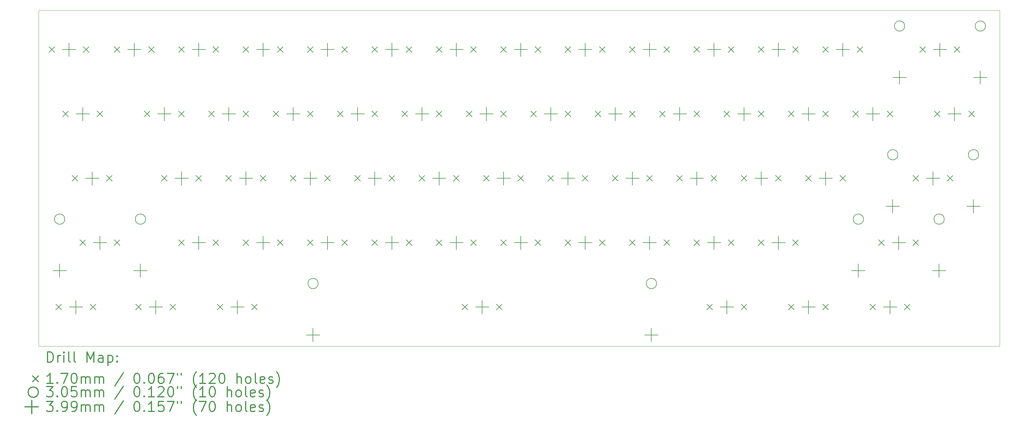
<source format=gbr>
%FSLAX45Y45*%
G04 Gerber Fmt 4.5, Leading zero omitted, Abs format (unit mm)*
G04 Created by KiCad (PCBNEW (2015-01-16 BZR 5376)-product) date 17/05/2015 19:03:44*
%MOMM*%
G01*
G04 APERTURE LIST*
%ADD10C,0.127000*%
%ADD11C,0.100000*%
%ADD12C,0.200000*%
%ADD13C,0.300000*%
G04 APERTURE END LIST*
D10*
D11*
X2753360Y-15509240D02*
X2788920Y-15509240D01*
X2753360Y-5567680D02*
X2753360Y-15509240D01*
X31175960Y-5567680D02*
X2753360Y-5567680D01*
X31175960Y-15509240D02*
X31175960Y-5567680D01*
X2794000Y-15509240D02*
X31175960Y-15509240D01*
D12*
X3064510Y-6645910D02*
X3234690Y-6816090D01*
X3234690Y-6645910D02*
X3064510Y-6816090D01*
X3267710Y-14265910D02*
X3437890Y-14436090D01*
X3437890Y-14265910D02*
X3267710Y-14436090D01*
X3470910Y-8550910D02*
X3641090Y-8721090D01*
X3641090Y-8550910D02*
X3470910Y-8721090D01*
X3750310Y-10455910D02*
X3920490Y-10626090D01*
X3920490Y-10455910D02*
X3750310Y-10626090D01*
X3978910Y-12360910D02*
X4149090Y-12531090D01*
X4149090Y-12360910D02*
X3978910Y-12531090D01*
X4080510Y-6645910D02*
X4250690Y-6816090D01*
X4250690Y-6645910D02*
X4080510Y-6816090D01*
X4283710Y-14265910D02*
X4453890Y-14436090D01*
X4453890Y-14265910D02*
X4283710Y-14436090D01*
X4486910Y-8550910D02*
X4657090Y-8721090D01*
X4657090Y-8550910D02*
X4486910Y-8721090D01*
X4766310Y-10455910D02*
X4936490Y-10626090D01*
X4936490Y-10455910D02*
X4766310Y-10626090D01*
X4994910Y-6645910D02*
X5165090Y-6816090D01*
X5165090Y-6645910D02*
X4994910Y-6816090D01*
X4994910Y-12360910D02*
X5165090Y-12531090D01*
X5165090Y-12360910D02*
X4994910Y-12531090D01*
X5629910Y-14265910D02*
X5800090Y-14436090D01*
X5800090Y-14265910D02*
X5629910Y-14436090D01*
X5883910Y-8550910D02*
X6054090Y-8721090D01*
X6054090Y-8550910D02*
X5883910Y-8721090D01*
X6010910Y-6645910D02*
X6181090Y-6816090D01*
X6181090Y-6645910D02*
X6010910Y-6816090D01*
X6391910Y-10455910D02*
X6562090Y-10626090D01*
X6562090Y-10455910D02*
X6391910Y-10626090D01*
X6645910Y-14265910D02*
X6816090Y-14436090D01*
X6816090Y-14265910D02*
X6645910Y-14436090D01*
X6899910Y-6645910D02*
X7070090Y-6816090D01*
X7070090Y-6645910D02*
X6899910Y-6816090D01*
X6899910Y-8550910D02*
X7070090Y-8721090D01*
X7070090Y-8550910D02*
X6899910Y-8721090D01*
X6899910Y-12360910D02*
X7070090Y-12531090D01*
X7070090Y-12360910D02*
X6899910Y-12531090D01*
X7407910Y-10455910D02*
X7578090Y-10626090D01*
X7578090Y-10455910D02*
X7407910Y-10626090D01*
X7788910Y-8550910D02*
X7959090Y-8721090D01*
X7959090Y-8550910D02*
X7788910Y-8721090D01*
X7915910Y-6645910D02*
X8086090Y-6816090D01*
X8086090Y-6645910D02*
X7915910Y-6816090D01*
X7915910Y-12360910D02*
X8086090Y-12531090D01*
X8086090Y-12360910D02*
X7915910Y-12531090D01*
X8042910Y-14265910D02*
X8213090Y-14436090D01*
X8213090Y-14265910D02*
X8042910Y-14436090D01*
X8296910Y-10455910D02*
X8467090Y-10626090D01*
X8467090Y-10455910D02*
X8296910Y-10626090D01*
X8804910Y-6645910D02*
X8975090Y-6816090D01*
X8975090Y-6645910D02*
X8804910Y-6816090D01*
X8804910Y-8550910D02*
X8975090Y-8721090D01*
X8975090Y-8550910D02*
X8804910Y-8721090D01*
X8804910Y-12360910D02*
X8975090Y-12531090D01*
X8975090Y-12360910D02*
X8804910Y-12531090D01*
X9058910Y-14265910D02*
X9229090Y-14436090D01*
X9229090Y-14265910D02*
X9058910Y-14436090D01*
X9312910Y-10455910D02*
X9483090Y-10626090D01*
X9483090Y-10455910D02*
X9312910Y-10626090D01*
X9693910Y-8550910D02*
X9864090Y-8721090D01*
X9864090Y-8550910D02*
X9693910Y-8721090D01*
X9820910Y-6645910D02*
X9991090Y-6816090D01*
X9991090Y-6645910D02*
X9820910Y-6816090D01*
X9820910Y-12360910D02*
X9991090Y-12531090D01*
X9991090Y-12360910D02*
X9820910Y-12531090D01*
X10201910Y-10455910D02*
X10372090Y-10626090D01*
X10372090Y-10455910D02*
X10201910Y-10626090D01*
X10709910Y-6645910D02*
X10880090Y-6816090D01*
X10880090Y-6645910D02*
X10709910Y-6816090D01*
X10709910Y-8550910D02*
X10880090Y-8721090D01*
X10880090Y-8550910D02*
X10709910Y-8721090D01*
X10709910Y-12360910D02*
X10880090Y-12531090D01*
X10880090Y-12360910D02*
X10709910Y-12531090D01*
X11217910Y-10455910D02*
X11388090Y-10626090D01*
X11388090Y-10455910D02*
X11217910Y-10626090D01*
X11598910Y-8550910D02*
X11769090Y-8721090D01*
X11769090Y-8550910D02*
X11598910Y-8721090D01*
X11725910Y-6645910D02*
X11896090Y-6816090D01*
X11896090Y-6645910D02*
X11725910Y-6816090D01*
X11725910Y-12360910D02*
X11896090Y-12531090D01*
X11896090Y-12360910D02*
X11725910Y-12531090D01*
X12106910Y-10455910D02*
X12277090Y-10626090D01*
X12277090Y-10455910D02*
X12106910Y-10626090D01*
X12614910Y-6645910D02*
X12785090Y-6816090D01*
X12785090Y-6645910D02*
X12614910Y-6816090D01*
X12614910Y-8550910D02*
X12785090Y-8721090D01*
X12785090Y-8550910D02*
X12614910Y-8721090D01*
X12614910Y-12360910D02*
X12785090Y-12531090D01*
X12785090Y-12360910D02*
X12614910Y-12531090D01*
X13122910Y-10455910D02*
X13293090Y-10626090D01*
X13293090Y-10455910D02*
X13122910Y-10626090D01*
X13503910Y-8550910D02*
X13674090Y-8721090D01*
X13674090Y-8550910D02*
X13503910Y-8721090D01*
X13630910Y-6645910D02*
X13801090Y-6816090D01*
X13801090Y-6645910D02*
X13630910Y-6816090D01*
X13630910Y-12360910D02*
X13801090Y-12531090D01*
X13801090Y-12360910D02*
X13630910Y-12531090D01*
X14011910Y-10455910D02*
X14182090Y-10626090D01*
X14182090Y-10455910D02*
X14011910Y-10626090D01*
X14519910Y-6645910D02*
X14690090Y-6816090D01*
X14690090Y-6645910D02*
X14519910Y-6816090D01*
X14519910Y-8550910D02*
X14690090Y-8721090D01*
X14690090Y-8550910D02*
X14519910Y-8721090D01*
X14519910Y-12360910D02*
X14690090Y-12531090D01*
X14690090Y-12360910D02*
X14519910Y-12531090D01*
X15027910Y-10455910D02*
X15198090Y-10626090D01*
X15198090Y-10455910D02*
X15027910Y-10626090D01*
X15281910Y-14265910D02*
X15452090Y-14436090D01*
X15452090Y-14265910D02*
X15281910Y-14436090D01*
X15408910Y-8550910D02*
X15579090Y-8721090D01*
X15579090Y-8550910D02*
X15408910Y-8721090D01*
X15535910Y-6645910D02*
X15706090Y-6816090D01*
X15706090Y-6645910D02*
X15535910Y-6816090D01*
X15535910Y-12360910D02*
X15706090Y-12531090D01*
X15706090Y-12360910D02*
X15535910Y-12531090D01*
X15916910Y-10455910D02*
X16087090Y-10626090D01*
X16087090Y-10455910D02*
X15916910Y-10626090D01*
X16297910Y-14265910D02*
X16468090Y-14436090D01*
X16468090Y-14265910D02*
X16297910Y-14436090D01*
X16424910Y-6645910D02*
X16595090Y-6816090D01*
X16595090Y-6645910D02*
X16424910Y-6816090D01*
X16424910Y-8550910D02*
X16595090Y-8721090D01*
X16595090Y-8550910D02*
X16424910Y-8721090D01*
X16424910Y-12360910D02*
X16595090Y-12531090D01*
X16595090Y-12360910D02*
X16424910Y-12531090D01*
X16932910Y-10455910D02*
X17103090Y-10626090D01*
X17103090Y-10455910D02*
X16932910Y-10626090D01*
X17313910Y-8550910D02*
X17484090Y-8721090D01*
X17484090Y-8550910D02*
X17313910Y-8721090D01*
X17440910Y-6645910D02*
X17611090Y-6816090D01*
X17611090Y-6645910D02*
X17440910Y-6816090D01*
X17440910Y-12360910D02*
X17611090Y-12531090D01*
X17611090Y-12360910D02*
X17440910Y-12531090D01*
X17821910Y-10455910D02*
X17992090Y-10626090D01*
X17992090Y-10455910D02*
X17821910Y-10626090D01*
X18329910Y-6645910D02*
X18500090Y-6816090D01*
X18500090Y-6645910D02*
X18329910Y-6816090D01*
X18329910Y-8550910D02*
X18500090Y-8721090D01*
X18500090Y-8550910D02*
X18329910Y-8721090D01*
X18329910Y-12360910D02*
X18500090Y-12531090D01*
X18500090Y-12360910D02*
X18329910Y-12531090D01*
X18837910Y-10455910D02*
X19008090Y-10626090D01*
X19008090Y-10455910D02*
X18837910Y-10626090D01*
X19218910Y-8550910D02*
X19389090Y-8721090D01*
X19389090Y-8550910D02*
X19218910Y-8721090D01*
X19345910Y-6645910D02*
X19516090Y-6816090D01*
X19516090Y-6645910D02*
X19345910Y-6816090D01*
X19345910Y-12360910D02*
X19516090Y-12531090D01*
X19516090Y-12360910D02*
X19345910Y-12531090D01*
X19726910Y-10455910D02*
X19897090Y-10626090D01*
X19897090Y-10455910D02*
X19726910Y-10626090D01*
X20234910Y-6645910D02*
X20405090Y-6816090D01*
X20405090Y-6645910D02*
X20234910Y-6816090D01*
X20234910Y-8550910D02*
X20405090Y-8721090D01*
X20405090Y-8550910D02*
X20234910Y-8721090D01*
X20234910Y-12360910D02*
X20405090Y-12531090D01*
X20405090Y-12360910D02*
X20234910Y-12531090D01*
X20742910Y-10455910D02*
X20913090Y-10626090D01*
X20913090Y-10455910D02*
X20742910Y-10626090D01*
X21123910Y-8550910D02*
X21294090Y-8721090D01*
X21294090Y-8550910D02*
X21123910Y-8721090D01*
X21250910Y-6645910D02*
X21421090Y-6816090D01*
X21421090Y-6645910D02*
X21250910Y-6816090D01*
X21250910Y-12360910D02*
X21421090Y-12531090D01*
X21421090Y-12360910D02*
X21250910Y-12531090D01*
X21631910Y-10455910D02*
X21802090Y-10626090D01*
X21802090Y-10455910D02*
X21631910Y-10626090D01*
X22139910Y-6645910D02*
X22310090Y-6816090D01*
X22310090Y-6645910D02*
X22139910Y-6816090D01*
X22139910Y-8550910D02*
X22310090Y-8721090D01*
X22310090Y-8550910D02*
X22139910Y-8721090D01*
X22139910Y-12360910D02*
X22310090Y-12531090D01*
X22310090Y-12360910D02*
X22139910Y-12531090D01*
X22520910Y-14265910D02*
X22691090Y-14436090D01*
X22691090Y-14265910D02*
X22520910Y-14436090D01*
X22647910Y-10455910D02*
X22818090Y-10626090D01*
X22818090Y-10455910D02*
X22647910Y-10626090D01*
X23028910Y-8550910D02*
X23199090Y-8721090D01*
X23199090Y-8550910D02*
X23028910Y-8721090D01*
X23155910Y-6645910D02*
X23326090Y-6816090D01*
X23326090Y-6645910D02*
X23155910Y-6816090D01*
X23155910Y-12360910D02*
X23326090Y-12531090D01*
X23326090Y-12360910D02*
X23155910Y-12531090D01*
X23536910Y-10455910D02*
X23707090Y-10626090D01*
X23707090Y-10455910D02*
X23536910Y-10626090D01*
X23536910Y-14265910D02*
X23707090Y-14436090D01*
X23707090Y-14265910D02*
X23536910Y-14436090D01*
X24044910Y-6645910D02*
X24215090Y-6816090D01*
X24215090Y-6645910D02*
X24044910Y-6816090D01*
X24044910Y-8550910D02*
X24215090Y-8721090D01*
X24215090Y-8550910D02*
X24044910Y-8721090D01*
X24044910Y-12360910D02*
X24215090Y-12531090D01*
X24215090Y-12360910D02*
X24044910Y-12531090D01*
X24552910Y-10455910D02*
X24723090Y-10626090D01*
X24723090Y-10455910D02*
X24552910Y-10626090D01*
X24933910Y-8550910D02*
X25104090Y-8721090D01*
X25104090Y-8550910D02*
X24933910Y-8721090D01*
X24933910Y-14265910D02*
X25104090Y-14436090D01*
X25104090Y-14265910D02*
X24933910Y-14436090D01*
X25060910Y-6645910D02*
X25231090Y-6816090D01*
X25231090Y-6645910D02*
X25060910Y-6816090D01*
X25060910Y-12360910D02*
X25231090Y-12531090D01*
X25231090Y-12360910D02*
X25060910Y-12531090D01*
X25441910Y-10455910D02*
X25612090Y-10626090D01*
X25612090Y-10455910D02*
X25441910Y-10626090D01*
X25949910Y-6645910D02*
X26120090Y-6816090D01*
X26120090Y-6645910D02*
X25949910Y-6816090D01*
X25949910Y-8550910D02*
X26120090Y-8721090D01*
X26120090Y-8550910D02*
X25949910Y-8721090D01*
X25949910Y-14265910D02*
X26120090Y-14436090D01*
X26120090Y-14265910D02*
X25949910Y-14436090D01*
X26457910Y-10455910D02*
X26628090Y-10626090D01*
X26628090Y-10455910D02*
X26457910Y-10626090D01*
X26838910Y-8550910D02*
X27009090Y-8721090D01*
X27009090Y-8550910D02*
X26838910Y-8721090D01*
X26965910Y-6645910D02*
X27136090Y-6816090D01*
X27136090Y-6645910D02*
X26965910Y-6816090D01*
X27346910Y-14265910D02*
X27517090Y-14436090D01*
X27517090Y-14265910D02*
X27346910Y-14436090D01*
X27600910Y-12360910D02*
X27771090Y-12531090D01*
X27771090Y-12360910D02*
X27600910Y-12531090D01*
X27854910Y-8550910D02*
X28025090Y-8721090D01*
X28025090Y-8550910D02*
X27854910Y-8721090D01*
X28362910Y-14265910D02*
X28533090Y-14436090D01*
X28533090Y-14265910D02*
X28362910Y-14436090D01*
X28616910Y-10455910D02*
X28787090Y-10626090D01*
X28787090Y-10455910D02*
X28616910Y-10626090D01*
X28616910Y-12360910D02*
X28787090Y-12531090D01*
X28787090Y-12360910D02*
X28616910Y-12531090D01*
X28820110Y-6645910D02*
X28990290Y-6816090D01*
X28990290Y-6645910D02*
X28820110Y-6816090D01*
X29251910Y-8550910D02*
X29422090Y-8721090D01*
X29422090Y-8550910D02*
X29251910Y-8721090D01*
X29632910Y-10455910D02*
X29803090Y-10626090D01*
X29803090Y-10455910D02*
X29632910Y-10626090D01*
X29836110Y-6645910D02*
X30006290Y-6816090D01*
X30006290Y-6645910D02*
X29836110Y-6816090D01*
X30267910Y-8550910D02*
X30438090Y-8721090D01*
X30438090Y-8550910D02*
X30267910Y-8721090D01*
X3530600Y-11747500D02*
G75*
G03X3530600Y-11747500I-152400J0D01*
G01*
X5918200Y-11747500D02*
G75*
G03X5918200Y-11747500I-152400J0D01*
G01*
X11023600Y-13652500D02*
G75*
G03X11023600Y-13652500I-152400J0D01*
G01*
X21031200Y-13652500D02*
G75*
G03X21031200Y-13652500I-152400J0D01*
G01*
X27152600Y-11747500D02*
G75*
G03X27152600Y-11747500I-152400J0D01*
G01*
X28168600Y-9842500D02*
G75*
G03X28168600Y-9842500I-152400J0D01*
G01*
X28371800Y-6032500D02*
G75*
G03X28371800Y-6032500I-152400J0D01*
G01*
X29540200Y-11747500D02*
G75*
G03X29540200Y-11747500I-152400J0D01*
G01*
X30556200Y-9842500D02*
G75*
G03X30556200Y-9842500I-152400J0D01*
G01*
X30759400Y-6032500D02*
G75*
G03X30759400Y-6032500I-152400J0D01*
G01*
X3378200Y-13072110D02*
X3378200Y-13470890D01*
X3178810Y-13271500D02*
X3577590Y-13271500D01*
X3657600Y-6531610D02*
X3657600Y-6930390D01*
X3458210Y-6731000D02*
X3856990Y-6731000D01*
X3860800Y-14151610D02*
X3860800Y-14550390D01*
X3661410Y-14351000D02*
X4060190Y-14351000D01*
X4064000Y-8436610D02*
X4064000Y-8835390D01*
X3864610Y-8636000D02*
X4263390Y-8636000D01*
X4343400Y-10341610D02*
X4343400Y-10740390D01*
X4144010Y-10541000D02*
X4542790Y-10541000D01*
X4572000Y-12246610D02*
X4572000Y-12645390D01*
X4372610Y-12446000D02*
X4771390Y-12446000D01*
X5588000Y-6531610D02*
X5588000Y-6930390D01*
X5388610Y-6731000D02*
X5787390Y-6731000D01*
X5765800Y-13072110D02*
X5765800Y-13470890D01*
X5566410Y-13271500D02*
X5965190Y-13271500D01*
X6223000Y-14151610D02*
X6223000Y-14550390D01*
X6023610Y-14351000D02*
X6422390Y-14351000D01*
X6477000Y-8436610D02*
X6477000Y-8835390D01*
X6277610Y-8636000D02*
X6676390Y-8636000D01*
X6985000Y-10341610D02*
X6985000Y-10740390D01*
X6785610Y-10541000D02*
X7184390Y-10541000D01*
X7493000Y-6531610D02*
X7493000Y-6930390D01*
X7293610Y-6731000D02*
X7692390Y-6731000D01*
X7493000Y-12246610D02*
X7493000Y-12645390D01*
X7293610Y-12446000D02*
X7692390Y-12446000D01*
X8382000Y-8436610D02*
X8382000Y-8835390D01*
X8182610Y-8636000D02*
X8581390Y-8636000D01*
X8636000Y-14151610D02*
X8636000Y-14550390D01*
X8436610Y-14351000D02*
X8835390Y-14351000D01*
X8890000Y-10341610D02*
X8890000Y-10740390D01*
X8690610Y-10541000D02*
X9089390Y-10541000D01*
X9398000Y-6531610D02*
X9398000Y-6930390D01*
X9198610Y-6731000D02*
X9597390Y-6731000D01*
X9398000Y-12246610D02*
X9398000Y-12645390D01*
X9198610Y-12446000D02*
X9597390Y-12446000D01*
X10287000Y-8436610D02*
X10287000Y-8835390D01*
X10087610Y-8636000D02*
X10486390Y-8636000D01*
X10795000Y-10341610D02*
X10795000Y-10740390D01*
X10595610Y-10541000D02*
X10994390Y-10541000D01*
X10871200Y-14977110D02*
X10871200Y-15375890D01*
X10671810Y-15176500D02*
X11070590Y-15176500D01*
X11303000Y-6531610D02*
X11303000Y-6930390D01*
X11103610Y-6731000D02*
X11502390Y-6731000D01*
X11303000Y-12246610D02*
X11303000Y-12645390D01*
X11103610Y-12446000D02*
X11502390Y-12446000D01*
X12192000Y-8436610D02*
X12192000Y-8835390D01*
X11992610Y-8636000D02*
X12391390Y-8636000D01*
X12700000Y-10341610D02*
X12700000Y-10740390D01*
X12500610Y-10541000D02*
X12899390Y-10541000D01*
X13208000Y-6531610D02*
X13208000Y-6930390D01*
X13008610Y-6731000D02*
X13407390Y-6731000D01*
X13208000Y-12246610D02*
X13208000Y-12645390D01*
X13008610Y-12446000D02*
X13407390Y-12446000D01*
X14097000Y-8436610D02*
X14097000Y-8835390D01*
X13897610Y-8636000D02*
X14296390Y-8636000D01*
X14605000Y-10341610D02*
X14605000Y-10740390D01*
X14405610Y-10541000D02*
X14804390Y-10541000D01*
X15113000Y-6531610D02*
X15113000Y-6930390D01*
X14913610Y-6731000D02*
X15312390Y-6731000D01*
X15113000Y-12246610D02*
X15113000Y-12645390D01*
X14913610Y-12446000D02*
X15312390Y-12446000D01*
X15875000Y-14151610D02*
X15875000Y-14550390D01*
X15675610Y-14351000D02*
X16074390Y-14351000D01*
X16002000Y-8436610D02*
X16002000Y-8835390D01*
X15802610Y-8636000D02*
X16201390Y-8636000D01*
X16510000Y-10341610D02*
X16510000Y-10740390D01*
X16310610Y-10541000D02*
X16709390Y-10541000D01*
X17018000Y-6531610D02*
X17018000Y-6930390D01*
X16818610Y-6731000D02*
X17217390Y-6731000D01*
X17018000Y-12246610D02*
X17018000Y-12645390D01*
X16818610Y-12446000D02*
X17217390Y-12446000D01*
X17907000Y-8436610D02*
X17907000Y-8835390D01*
X17707610Y-8636000D02*
X18106390Y-8636000D01*
X18415000Y-10341610D02*
X18415000Y-10740390D01*
X18215610Y-10541000D02*
X18614390Y-10541000D01*
X18923000Y-6531610D02*
X18923000Y-6930390D01*
X18723610Y-6731000D02*
X19122390Y-6731000D01*
X18923000Y-12246610D02*
X18923000Y-12645390D01*
X18723610Y-12446000D02*
X19122390Y-12446000D01*
X19812000Y-8436610D02*
X19812000Y-8835390D01*
X19612610Y-8636000D02*
X20011390Y-8636000D01*
X20320000Y-10341610D02*
X20320000Y-10740390D01*
X20120610Y-10541000D02*
X20519390Y-10541000D01*
X20828000Y-6531610D02*
X20828000Y-6930390D01*
X20628610Y-6731000D02*
X21027390Y-6731000D01*
X20828000Y-12246610D02*
X20828000Y-12645390D01*
X20628610Y-12446000D02*
X21027390Y-12446000D01*
X20878800Y-14977110D02*
X20878800Y-15375890D01*
X20679410Y-15176500D02*
X21078190Y-15176500D01*
X21717000Y-8436610D02*
X21717000Y-8835390D01*
X21517610Y-8636000D02*
X21916390Y-8636000D01*
X22225000Y-10341610D02*
X22225000Y-10740390D01*
X22025610Y-10541000D02*
X22424390Y-10541000D01*
X22733000Y-6531610D02*
X22733000Y-6930390D01*
X22533610Y-6731000D02*
X22932390Y-6731000D01*
X22733000Y-12246610D02*
X22733000Y-12645390D01*
X22533610Y-12446000D02*
X22932390Y-12446000D01*
X23114000Y-14151610D02*
X23114000Y-14550390D01*
X22914610Y-14351000D02*
X23313390Y-14351000D01*
X23622000Y-8436610D02*
X23622000Y-8835390D01*
X23422610Y-8636000D02*
X23821390Y-8636000D01*
X24130000Y-10341610D02*
X24130000Y-10740390D01*
X23930610Y-10541000D02*
X24329390Y-10541000D01*
X24638000Y-6531610D02*
X24638000Y-6930390D01*
X24438610Y-6731000D02*
X24837390Y-6731000D01*
X24638000Y-12246610D02*
X24638000Y-12645390D01*
X24438610Y-12446000D02*
X24837390Y-12446000D01*
X25527000Y-8436610D02*
X25527000Y-8835390D01*
X25327610Y-8636000D02*
X25726390Y-8636000D01*
X25527000Y-14151610D02*
X25527000Y-14550390D01*
X25327610Y-14351000D02*
X25726390Y-14351000D01*
X26035000Y-10341610D02*
X26035000Y-10740390D01*
X25835610Y-10541000D02*
X26234390Y-10541000D01*
X26543000Y-6531610D02*
X26543000Y-6930390D01*
X26343610Y-6731000D02*
X26742390Y-6731000D01*
X27000200Y-13072110D02*
X27000200Y-13470890D01*
X26800810Y-13271500D02*
X27199590Y-13271500D01*
X27432000Y-8436610D02*
X27432000Y-8835390D01*
X27232610Y-8636000D02*
X27631390Y-8636000D01*
X27940000Y-14151610D02*
X27940000Y-14550390D01*
X27740610Y-14351000D02*
X28139390Y-14351000D01*
X28016200Y-11167110D02*
X28016200Y-11565890D01*
X27816810Y-11366500D02*
X28215590Y-11366500D01*
X28194000Y-12246610D02*
X28194000Y-12645390D01*
X27994610Y-12446000D02*
X28393390Y-12446000D01*
X28219400Y-7357110D02*
X28219400Y-7755890D01*
X28020010Y-7556500D02*
X28418790Y-7556500D01*
X29210000Y-10341610D02*
X29210000Y-10740390D01*
X29010610Y-10541000D02*
X29409390Y-10541000D01*
X29387800Y-13072110D02*
X29387800Y-13470890D01*
X29188410Y-13271500D02*
X29587190Y-13271500D01*
X29413200Y-6531610D02*
X29413200Y-6930390D01*
X29213810Y-6731000D02*
X29612590Y-6731000D01*
X29845000Y-8436610D02*
X29845000Y-8835390D01*
X29645610Y-8636000D02*
X30044390Y-8636000D01*
X30403800Y-11167110D02*
X30403800Y-11565890D01*
X30204410Y-11366500D02*
X30603190Y-11366500D01*
X30607000Y-7357110D02*
X30607000Y-7755890D01*
X30407610Y-7556500D02*
X30806390Y-7556500D01*
D13*
X3019788Y-15979954D02*
X3019788Y-15679954D01*
X3091217Y-15679954D01*
X3134074Y-15694240D01*
X3162646Y-15722811D01*
X3176931Y-15751383D01*
X3191217Y-15808526D01*
X3191217Y-15851383D01*
X3176931Y-15908526D01*
X3162646Y-15937097D01*
X3134074Y-15965669D01*
X3091217Y-15979954D01*
X3019788Y-15979954D01*
X3319788Y-15979954D02*
X3319788Y-15779954D01*
X3319788Y-15837097D02*
X3334074Y-15808526D01*
X3348360Y-15794240D01*
X3376931Y-15779954D01*
X3405503Y-15779954D01*
X3505503Y-15979954D02*
X3505503Y-15779954D01*
X3505503Y-15679954D02*
X3491217Y-15694240D01*
X3505503Y-15708526D01*
X3519788Y-15694240D01*
X3505503Y-15679954D01*
X3505503Y-15708526D01*
X3691217Y-15979954D02*
X3662646Y-15965669D01*
X3648360Y-15937097D01*
X3648360Y-15679954D01*
X3848360Y-15979954D02*
X3819788Y-15965669D01*
X3805503Y-15937097D01*
X3805503Y-15679954D01*
X4191217Y-15979954D02*
X4191217Y-15679954D01*
X4291217Y-15894240D01*
X4391217Y-15679954D01*
X4391217Y-15979954D01*
X4662646Y-15979954D02*
X4662646Y-15822811D01*
X4648360Y-15794240D01*
X4619789Y-15779954D01*
X4562646Y-15779954D01*
X4534074Y-15794240D01*
X4662646Y-15965669D02*
X4634074Y-15979954D01*
X4562646Y-15979954D01*
X4534074Y-15965669D01*
X4519789Y-15937097D01*
X4519789Y-15908526D01*
X4534074Y-15879954D01*
X4562646Y-15865669D01*
X4634074Y-15865669D01*
X4662646Y-15851383D01*
X4805503Y-15779954D02*
X4805503Y-16079954D01*
X4805503Y-15794240D02*
X4834074Y-15779954D01*
X4891217Y-15779954D01*
X4919789Y-15794240D01*
X4934074Y-15808526D01*
X4948360Y-15837097D01*
X4948360Y-15922811D01*
X4934074Y-15951383D01*
X4919789Y-15965669D01*
X4891217Y-15979954D01*
X4834074Y-15979954D01*
X4805503Y-15965669D01*
X5076931Y-15951383D02*
X5091217Y-15965669D01*
X5076931Y-15979954D01*
X5062646Y-15965669D01*
X5076931Y-15951383D01*
X5076931Y-15979954D01*
X5076931Y-15794240D02*
X5091217Y-15808526D01*
X5076931Y-15822811D01*
X5062646Y-15808526D01*
X5076931Y-15794240D01*
X5076931Y-15822811D01*
X2578180Y-16389150D02*
X2748360Y-16559330D01*
X2748360Y-16389150D02*
X2578180Y-16559330D01*
X3176931Y-16609954D02*
X3005503Y-16609954D01*
X3091217Y-16609954D02*
X3091217Y-16309954D01*
X3062646Y-16352811D01*
X3034074Y-16381383D01*
X3005503Y-16395669D01*
X3305503Y-16581383D02*
X3319788Y-16595669D01*
X3305503Y-16609954D01*
X3291217Y-16595669D01*
X3305503Y-16581383D01*
X3305503Y-16609954D01*
X3419788Y-16309954D02*
X3619788Y-16309954D01*
X3491217Y-16609954D01*
X3791217Y-16309954D02*
X3819788Y-16309954D01*
X3848360Y-16324240D01*
X3862646Y-16338526D01*
X3876931Y-16367097D01*
X3891217Y-16424240D01*
X3891217Y-16495669D01*
X3876931Y-16552811D01*
X3862646Y-16581383D01*
X3848360Y-16595669D01*
X3819788Y-16609954D01*
X3791217Y-16609954D01*
X3762646Y-16595669D01*
X3748360Y-16581383D01*
X3734074Y-16552811D01*
X3719788Y-16495669D01*
X3719788Y-16424240D01*
X3734074Y-16367097D01*
X3748360Y-16338526D01*
X3762646Y-16324240D01*
X3791217Y-16309954D01*
X4019788Y-16609954D02*
X4019788Y-16409954D01*
X4019788Y-16438526D02*
X4034074Y-16424240D01*
X4062646Y-16409954D01*
X4105503Y-16409954D01*
X4134074Y-16424240D01*
X4148360Y-16452811D01*
X4148360Y-16609954D01*
X4148360Y-16452811D02*
X4162646Y-16424240D01*
X4191217Y-16409954D01*
X4234074Y-16409954D01*
X4262646Y-16424240D01*
X4276931Y-16452811D01*
X4276931Y-16609954D01*
X4419789Y-16609954D02*
X4419789Y-16409954D01*
X4419789Y-16438526D02*
X4434074Y-16424240D01*
X4462646Y-16409954D01*
X4505503Y-16409954D01*
X4534074Y-16424240D01*
X4548360Y-16452811D01*
X4548360Y-16609954D01*
X4548360Y-16452811D02*
X4562646Y-16424240D01*
X4591217Y-16409954D01*
X4634074Y-16409954D01*
X4662646Y-16424240D01*
X4676931Y-16452811D01*
X4676931Y-16609954D01*
X5262646Y-16295669D02*
X5005503Y-16681383D01*
X5648360Y-16309954D02*
X5676931Y-16309954D01*
X5705503Y-16324240D01*
X5719788Y-16338526D01*
X5734074Y-16367097D01*
X5748360Y-16424240D01*
X5748360Y-16495669D01*
X5734074Y-16552811D01*
X5719788Y-16581383D01*
X5705503Y-16595669D01*
X5676931Y-16609954D01*
X5648360Y-16609954D01*
X5619788Y-16595669D01*
X5605503Y-16581383D01*
X5591217Y-16552811D01*
X5576931Y-16495669D01*
X5576931Y-16424240D01*
X5591217Y-16367097D01*
X5605503Y-16338526D01*
X5619788Y-16324240D01*
X5648360Y-16309954D01*
X5876931Y-16581383D02*
X5891217Y-16595669D01*
X5876931Y-16609954D01*
X5862646Y-16595669D01*
X5876931Y-16581383D01*
X5876931Y-16609954D01*
X6076931Y-16309954D02*
X6105503Y-16309954D01*
X6134074Y-16324240D01*
X6148360Y-16338526D01*
X6162645Y-16367097D01*
X6176931Y-16424240D01*
X6176931Y-16495669D01*
X6162645Y-16552811D01*
X6148360Y-16581383D01*
X6134074Y-16595669D01*
X6105503Y-16609954D01*
X6076931Y-16609954D01*
X6048360Y-16595669D01*
X6034074Y-16581383D01*
X6019788Y-16552811D01*
X6005503Y-16495669D01*
X6005503Y-16424240D01*
X6019788Y-16367097D01*
X6034074Y-16338526D01*
X6048360Y-16324240D01*
X6076931Y-16309954D01*
X6434074Y-16309954D02*
X6376931Y-16309954D01*
X6348360Y-16324240D01*
X6334074Y-16338526D01*
X6305503Y-16381383D01*
X6291217Y-16438526D01*
X6291217Y-16552811D01*
X6305503Y-16581383D01*
X6319788Y-16595669D01*
X6348360Y-16609954D01*
X6405503Y-16609954D01*
X6434074Y-16595669D01*
X6448360Y-16581383D01*
X6462645Y-16552811D01*
X6462645Y-16481383D01*
X6448360Y-16452811D01*
X6434074Y-16438526D01*
X6405503Y-16424240D01*
X6348360Y-16424240D01*
X6319788Y-16438526D01*
X6305503Y-16452811D01*
X6291217Y-16481383D01*
X6562645Y-16309954D02*
X6762645Y-16309954D01*
X6634074Y-16609954D01*
X6862646Y-16309954D02*
X6862646Y-16367097D01*
X6976931Y-16309954D02*
X6976931Y-16367097D01*
X7419788Y-16724240D02*
X7405503Y-16709954D01*
X7376931Y-16667097D01*
X7362645Y-16638526D01*
X7348360Y-16595669D01*
X7334074Y-16524240D01*
X7334074Y-16467097D01*
X7348360Y-16395669D01*
X7362645Y-16352811D01*
X7376931Y-16324240D01*
X7405503Y-16281383D01*
X7419788Y-16267097D01*
X7691217Y-16609954D02*
X7519788Y-16609954D01*
X7605503Y-16609954D02*
X7605503Y-16309954D01*
X7576931Y-16352811D01*
X7548360Y-16381383D01*
X7519788Y-16395669D01*
X7805503Y-16338526D02*
X7819788Y-16324240D01*
X7848360Y-16309954D01*
X7919788Y-16309954D01*
X7948360Y-16324240D01*
X7962645Y-16338526D01*
X7976931Y-16367097D01*
X7976931Y-16395669D01*
X7962645Y-16438526D01*
X7791217Y-16609954D01*
X7976931Y-16609954D01*
X8162645Y-16309954D02*
X8191217Y-16309954D01*
X8219788Y-16324240D01*
X8234074Y-16338526D01*
X8248360Y-16367097D01*
X8262645Y-16424240D01*
X8262645Y-16495669D01*
X8248360Y-16552811D01*
X8234074Y-16581383D01*
X8219788Y-16595669D01*
X8191217Y-16609954D01*
X8162645Y-16609954D01*
X8134074Y-16595669D01*
X8119788Y-16581383D01*
X8105503Y-16552811D01*
X8091217Y-16495669D01*
X8091217Y-16424240D01*
X8105503Y-16367097D01*
X8119788Y-16338526D01*
X8134074Y-16324240D01*
X8162645Y-16309954D01*
X8619788Y-16609954D02*
X8619788Y-16309954D01*
X8748360Y-16609954D02*
X8748360Y-16452811D01*
X8734074Y-16424240D01*
X8705503Y-16409954D01*
X8662646Y-16409954D01*
X8634074Y-16424240D01*
X8619788Y-16438526D01*
X8934074Y-16609954D02*
X8905503Y-16595669D01*
X8891217Y-16581383D01*
X8876931Y-16552811D01*
X8876931Y-16467097D01*
X8891217Y-16438526D01*
X8905503Y-16424240D01*
X8934074Y-16409954D01*
X8976931Y-16409954D01*
X9005503Y-16424240D01*
X9019788Y-16438526D01*
X9034074Y-16467097D01*
X9034074Y-16552811D01*
X9019788Y-16581383D01*
X9005503Y-16595669D01*
X8976931Y-16609954D01*
X8934074Y-16609954D01*
X9205503Y-16609954D02*
X9176931Y-16595669D01*
X9162646Y-16567097D01*
X9162646Y-16309954D01*
X9434074Y-16595669D02*
X9405503Y-16609954D01*
X9348360Y-16609954D01*
X9319789Y-16595669D01*
X9305503Y-16567097D01*
X9305503Y-16452811D01*
X9319789Y-16424240D01*
X9348360Y-16409954D01*
X9405503Y-16409954D01*
X9434074Y-16424240D01*
X9448360Y-16452811D01*
X9448360Y-16481383D01*
X9305503Y-16509954D01*
X9562646Y-16595669D02*
X9591217Y-16609954D01*
X9648360Y-16609954D01*
X9676931Y-16595669D01*
X9691217Y-16567097D01*
X9691217Y-16552811D01*
X9676931Y-16524240D01*
X9648360Y-16509954D01*
X9605503Y-16509954D01*
X9576931Y-16495669D01*
X9562646Y-16467097D01*
X9562646Y-16452811D01*
X9576931Y-16424240D01*
X9605503Y-16409954D01*
X9648360Y-16409954D01*
X9676931Y-16424240D01*
X9791217Y-16724240D02*
X9805503Y-16709954D01*
X9834074Y-16667097D01*
X9848360Y-16638526D01*
X9862646Y-16595669D01*
X9876931Y-16524240D01*
X9876931Y-16467097D01*
X9862646Y-16395669D01*
X9848360Y-16352811D01*
X9834074Y-16324240D01*
X9805503Y-16281383D01*
X9791217Y-16267097D01*
X2748360Y-16870240D02*
G75*
G03X2748360Y-16870240I-152400J0D01*
G01*
X2991217Y-16705954D02*
X3176931Y-16705954D01*
X3076931Y-16820240D01*
X3119788Y-16820240D01*
X3148360Y-16834526D01*
X3162646Y-16848812D01*
X3176931Y-16877383D01*
X3176931Y-16948812D01*
X3162646Y-16977383D01*
X3148360Y-16991669D01*
X3119788Y-17005954D01*
X3034074Y-17005954D01*
X3005503Y-16991669D01*
X2991217Y-16977383D01*
X3305503Y-16977383D02*
X3319788Y-16991669D01*
X3305503Y-17005954D01*
X3291217Y-16991669D01*
X3305503Y-16977383D01*
X3305503Y-17005954D01*
X3505503Y-16705954D02*
X3534074Y-16705954D01*
X3562646Y-16720240D01*
X3576931Y-16734526D01*
X3591217Y-16763097D01*
X3605503Y-16820240D01*
X3605503Y-16891669D01*
X3591217Y-16948812D01*
X3576931Y-16977383D01*
X3562646Y-16991669D01*
X3534074Y-17005954D01*
X3505503Y-17005954D01*
X3476931Y-16991669D01*
X3462646Y-16977383D01*
X3448360Y-16948812D01*
X3434074Y-16891669D01*
X3434074Y-16820240D01*
X3448360Y-16763097D01*
X3462646Y-16734526D01*
X3476931Y-16720240D01*
X3505503Y-16705954D01*
X3876931Y-16705954D02*
X3734074Y-16705954D01*
X3719788Y-16848812D01*
X3734074Y-16834526D01*
X3762646Y-16820240D01*
X3834074Y-16820240D01*
X3862646Y-16834526D01*
X3876931Y-16848812D01*
X3891217Y-16877383D01*
X3891217Y-16948812D01*
X3876931Y-16977383D01*
X3862646Y-16991669D01*
X3834074Y-17005954D01*
X3762646Y-17005954D01*
X3734074Y-16991669D01*
X3719788Y-16977383D01*
X4019788Y-17005954D02*
X4019788Y-16805954D01*
X4019788Y-16834526D02*
X4034074Y-16820240D01*
X4062646Y-16805954D01*
X4105503Y-16805954D01*
X4134074Y-16820240D01*
X4148360Y-16848812D01*
X4148360Y-17005954D01*
X4148360Y-16848812D02*
X4162646Y-16820240D01*
X4191217Y-16805954D01*
X4234074Y-16805954D01*
X4262646Y-16820240D01*
X4276931Y-16848812D01*
X4276931Y-17005954D01*
X4419789Y-17005954D02*
X4419789Y-16805954D01*
X4419789Y-16834526D02*
X4434074Y-16820240D01*
X4462646Y-16805954D01*
X4505503Y-16805954D01*
X4534074Y-16820240D01*
X4548360Y-16848812D01*
X4548360Y-17005954D01*
X4548360Y-16848812D02*
X4562646Y-16820240D01*
X4591217Y-16805954D01*
X4634074Y-16805954D01*
X4662646Y-16820240D01*
X4676931Y-16848812D01*
X4676931Y-17005954D01*
X5262646Y-16691669D02*
X5005503Y-17077383D01*
X5648360Y-16705954D02*
X5676931Y-16705954D01*
X5705503Y-16720240D01*
X5719788Y-16734526D01*
X5734074Y-16763097D01*
X5748360Y-16820240D01*
X5748360Y-16891669D01*
X5734074Y-16948812D01*
X5719788Y-16977383D01*
X5705503Y-16991669D01*
X5676931Y-17005954D01*
X5648360Y-17005954D01*
X5619788Y-16991669D01*
X5605503Y-16977383D01*
X5591217Y-16948812D01*
X5576931Y-16891669D01*
X5576931Y-16820240D01*
X5591217Y-16763097D01*
X5605503Y-16734526D01*
X5619788Y-16720240D01*
X5648360Y-16705954D01*
X5876931Y-16977383D02*
X5891217Y-16991669D01*
X5876931Y-17005954D01*
X5862646Y-16991669D01*
X5876931Y-16977383D01*
X5876931Y-17005954D01*
X6176931Y-17005954D02*
X6005503Y-17005954D01*
X6091217Y-17005954D02*
X6091217Y-16705954D01*
X6062645Y-16748811D01*
X6034074Y-16777383D01*
X6005503Y-16791669D01*
X6291217Y-16734526D02*
X6305503Y-16720240D01*
X6334074Y-16705954D01*
X6405503Y-16705954D01*
X6434074Y-16720240D01*
X6448360Y-16734526D01*
X6462645Y-16763097D01*
X6462645Y-16791669D01*
X6448360Y-16834526D01*
X6276931Y-17005954D01*
X6462645Y-17005954D01*
X6648360Y-16705954D02*
X6676931Y-16705954D01*
X6705503Y-16720240D01*
X6719788Y-16734526D01*
X6734074Y-16763097D01*
X6748360Y-16820240D01*
X6748360Y-16891669D01*
X6734074Y-16948812D01*
X6719788Y-16977383D01*
X6705503Y-16991669D01*
X6676931Y-17005954D01*
X6648360Y-17005954D01*
X6619788Y-16991669D01*
X6605503Y-16977383D01*
X6591217Y-16948812D01*
X6576931Y-16891669D01*
X6576931Y-16820240D01*
X6591217Y-16763097D01*
X6605503Y-16734526D01*
X6619788Y-16720240D01*
X6648360Y-16705954D01*
X6862646Y-16705954D02*
X6862646Y-16763097D01*
X6976931Y-16705954D02*
X6976931Y-16763097D01*
X7419788Y-17120240D02*
X7405503Y-17105954D01*
X7376931Y-17063097D01*
X7362645Y-17034526D01*
X7348360Y-16991669D01*
X7334074Y-16920240D01*
X7334074Y-16863097D01*
X7348360Y-16791669D01*
X7362645Y-16748811D01*
X7376931Y-16720240D01*
X7405503Y-16677383D01*
X7419788Y-16663097D01*
X7691217Y-17005954D02*
X7519788Y-17005954D01*
X7605503Y-17005954D02*
X7605503Y-16705954D01*
X7576931Y-16748811D01*
X7548360Y-16777383D01*
X7519788Y-16791669D01*
X7876931Y-16705954D02*
X7905503Y-16705954D01*
X7934074Y-16720240D01*
X7948360Y-16734526D01*
X7962645Y-16763097D01*
X7976931Y-16820240D01*
X7976931Y-16891669D01*
X7962645Y-16948812D01*
X7948360Y-16977383D01*
X7934074Y-16991669D01*
X7905503Y-17005954D01*
X7876931Y-17005954D01*
X7848360Y-16991669D01*
X7834074Y-16977383D01*
X7819788Y-16948812D01*
X7805503Y-16891669D01*
X7805503Y-16820240D01*
X7819788Y-16763097D01*
X7834074Y-16734526D01*
X7848360Y-16720240D01*
X7876931Y-16705954D01*
X8334074Y-17005954D02*
X8334074Y-16705954D01*
X8462646Y-17005954D02*
X8462646Y-16848812D01*
X8448360Y-16820240D01*
X8419788Y-16805954D01*
X8376931Y-16805954D01*
X8348360Y-16820240D01*
X8334074Y-16834526D01*
X8648360Y-17005954D02*
X8619788Y-16991669D01*
X8605503Y-16977383D01*
X8591217Y-16948812D01*
X8591217Y-16863097D01*
X8605503Y-16834526D01*
X8619788Y-16820240D01*
X8648360Y-16805954D01*
X8691217Y-16805954D01*
X8719788Y-16820240D01*
X8734074Y-16834526D01*
X8748360Y-16863097D01*
X8748360Y-16948812D01*
X8734074Y-16977383D01*
X8719788Y-16991669D01*
X8691217Y-17005954D01*
X8648360Y-17005954D01*
X8919788Y-17005954D02*
X8891217Y-16991669D01*
X8876931Y-16963097D01*
X8876931Y-16705954D01*
X9148360Y-16991669D02*
X9119789Y-17005954D01*
X9062646Y-17005954D01*
X9034074Y-16991669D01*
X9019789Y-16963097D01*
X9019789Y-16848812D01*
X9034074Y-16820240D01*
X9062646Y-16805954D01*
X9119789Y-16805954D01*
X9148360Y-16820240D01*
X9162646Y-16848812D01*
X9162646Y-16877383D01*
X9019789Y-16905954D01*
X9276931Y-16991669D02*
X9305503Y-17005954D01*
X9362646Y-17005954D01*
X9391217Y-16991669D01*
X9405503Y-16963097D01*
X9405503Y-16948812D01*
X9391217Y-16920240D01*
X9362646Y-16905954D01*
X9319789Y-16905954D01*
X9291217Y-16891669D01*
X9276931Y-16863097D01*
X9276931Y-16848812D01*
X9291217Y-16820240D01*
X9319789Y-16805954D01*
X9362646Y-16805954D01*
X9391217Y-16820240D01*
X9505503Y-17120240D02*
X9519789Y-17105954D01*
X9548360Y-17063097D01*
X9562646Y-17034526D01*
X9576931Y-16991669D01*
X9591217Y-16920240D01*
X9591217Y-16863097D01*
X9576931Y-16791669D01*
X9562646Y-16748811D01*
X9548360Y-16720240D01*
X9519789Y-16677383D01*
X9505503Y-16663097D01*
X2548970Y-17105650D02*
X2548970Y-17504430D01*
X2349580Y-17305040D02*
X2748360Y-17305040D01*
X2991217Y-17140754D02*
X3176931Y-17140754D01*
X3076931Y-17255040D01*
X3119788Y-17255040D01*
X3148360Y-17269326D01*
X3162646Y-17283612D01*
X3176931Y-17312183D01*
X3176931Y-17383612D01*
X3162646Y-17412183D01*
X3148360Y-17426469D01*
X3119788Y-17440754D01*
X3034074Y-17440754D01*
X3005503Y-17426469D01*
X2991217Y-17412183D01*
X3305503Y-17412183D02*
X3319788Y-17426469D01*
X3305503Y-17440754D01*
X3291217Y-17426469D01*
X3305503Y-17412183D01*
X3305503Y-17440754D01*
X3462646Y-17440754D02*
X3519788Y-17440754D01*
X3548360Y-17426469D01*
X3562646Y-17412183D01*
X3591217Y-17369326D01*
X3605503Y-17312183D01*
X3605503Y-17197897D01*
X3591217Y-17169326D01*
X3576931Y-17155040D01*
X3548360Y-17140754D01*
X3491217Y-17140754D01*
X3462646Y-17155040D01*
X3448360Y-17169326D01*
X3434074Y-17197897D01*
X3434074Y-17269326D01*
X3448360Y-17297897D01*
X3462646Y-17312183D01*
X3491217Y-17326469D01*
X3548360Y-17326469D01*
X3576931Y-17312183D01*
X3591217Y-17297897D01*
X3605503Y-17269326D01*
X3748360Y-17440754D02*
X3805503Y-17440754D01*
X3834074Y-17426469D01*
X3848360Y-17412183D01*
X3876931Y-17369326D01*
X3891217Y-17312183D01*
X3891217Y-17197897D01*
X3876931Y-17169326D01*
X3862646Y-17155040D01*
X3834074Y-17140754D01*
X3776931Y-17140754D01*
X3748360Y-17155040D01*
X3734074Y-17169326D01*
X3719788Y-17197897D01*
X3719788Y-17269326D01*
X3734074Y-17297897D01*
X3748360Y-17312183D01*
X3776931Y-17326469D01*
X3834074Y-17326469D01*
X3862646Y-17312183D01*
X3876931Y-17297897D01*
X3891217Y-17269326D01*
X4019788Y-17440754D02*
X4019788Y-17240754D01*
X4019788Y-17269326D02*
X4034074Y-17255040D01*
X4062646Y-17240754D01*
X4105503Y-17240754D01*
X4134074Y-17255040D01*
X4148360Y-17283612D01*
X4148360Y-17440754D01*
X4148360Y-17283612D02*
X4162646Y-17255040D01*
X4191217Y-17240754D01*
X4234074Y-17240754D01*
X4262646Y-17255040D01*
X4276931Y-17283612D01*
X4276931Y-17440754D01*
X4419789Y-17440754D02*
X4419789Y-17240754D01*
X4419789Y-17269326D02*
X4434074Y-17255040D01*
X4462646Y-17240754D01*
X4505503Y-17240754D01*
X4534074Y-17255040D01*
X4548360Y-17283612D01*
X4548360Y-17440754D01*
X4548360Y-17283612D02*
X4562646Y-17255040D01*
X4591217Y-17240754D01*
X4634074Y-17240754D01*
X4662646Y-17255040D01*
X4676931Y-17283612D01*
X4676931Y-17440754D01*
X5262646Y-17126469D02*
X5005503Y-17512183D01*
X5648360Y-17140754D02*
X5676931Y-17140754D01*
X5705503Y-17155040D01*
X5719788Y-17169326D01*
X5734074Y-17197897D01*
X5748360Y-17255040D01*
X5748360Y-17326469D01*
X5734074Y-17383612D01*
X5719788Y-17412183D01*
X5705503Y-17426469D01*
X5676931Y-17440754D01*
X5648360Y-17440754D01*
X5619788Y-17426469D01*
X5605503Y-17412183D01*
X5591217Y-17383612D01*
X5576931Y-17326469D01*
X5576931Y-17255040D01*
X5591217Y-17197897D01*
X5605503Y-17169326D01*
X5619788Y-17155040D01*
X5648360Y-17140754D01*
X5876931Y-17412183D02*
X5891217Y-17426469D01*
X5876931Y-17440754D01*
X5862646Y-17426469D01*
X5876931Y-17412183D01*
X5876931Y-17440754D01*
X6176931Y-17440754D02*
X6005503Y-17440754D01*
X6091217Y-17440754D02*
X6091217Y-17140754D01*
X6062645Y-17183612D01*
X6034074Y-17212183D01*
X6005503Y-17226469D01*
X6448360Y-17140754D02*
X6305503Y-17140754D01*
X6291217Y-17283612D01*
X6305503Y-17269326D01*
X6334074Y-17255040D01*
X6405503Y-17255040D01*
X6434074Y-17269326D01*
X6448360Y-17283612D01*
X6462645Y-17312183D01*
X6462645Y-17383612D01*
X6448360Y-17412183D01*
X6434074Y-17426469D01*
X6405503Y-17440754D01*
X6334074Y-17440754D01*
X6305503Y-17426469D01*
X6291217Y-17412183D01*
X6562645Y-17140754D02*
X6762645Y-17140754D01*
X6634074Y-17440754D01*
X6862646Y-17140754D02*
X6862646Y-17197897D01*
X6976931Y-17140754D02*
X6976931Y-17197897D01*
X7419788Y-17555040D02*
X7405503Y-17540754D01*
X7376931Y-17497897D01*
X7362645Y-17469326D01*
X7348360Y-17426469D01*
X7334074Y-17355040D01*
X7334074Y-17297897D01*
X7348360Y-17226469D01*
X7362645Y-17183612D01*
X7376931Y-17155040D01*
X7405503Y-17112183D01*
X7419788Y-17097897D01*
X7505503Y-17140754D02*
X7705503Y-17140754D01*
X7576931Y-17440754D01*
X7876931Y-17140754D02*
X7905503Y-17140754D01*
X7934074Y-17155040D01*
X7948360Y-17169326D01*
X7962645Y-17197897D01*
X7976931Y-17255040D01*
X7976931Y-17326469D01*
X7962645Y-17383612D01*
X7948360Y-17412183D01*
X7934074Y-17426469D01*
X7905503Y-17440754D01*
X7876931Y-17440754D01*
X7848360Y-17426469D01*
X7834074Y-17412183D01*
X7819788Y-17383612D01*
X7805503Y-17326469D01*
X7805503Y-17255040D01*
X7819788Y-17197897D01*
X7834074Y-17169326D01*
X7848360Y-17155040D01*
X7876931Y-17140754D01*
X8334074Y-17440754D02*
X8334074Y-17140754D01*
X8462646Y-17440754D02*
X8462646Y-17283612D01*
X8448360Y-17255040D01*
X8419788Y-17240754D01*
X8376931Y-17240754D01*
X8348360Y-17255040D01*
X8334074Y-17269326D01*
X8648360Y-17440754D02*
X8619788Y-17426469D01*
X8605503Y-17412183D01*
X8591217Y-17383612D01*
X8591217Y-17297897D01*
X8605503Y-17269326D01*
X8619788Y-17255040D01*
X8648360Y-17240754D01*
X8691217Y-17240754D01*
X8719788Y-17255040D01*
X8734074Y-17269326D01*
X8748360Y-17297897D01*
X8748360Y-17383612D01*
X8734074Y-17412183D01*
X8719788Y-17426469D01*
X8691217Y-17440754D01*
X8648360Y-17440754D01*
X8919788Y-17440754D02*
X8891217Y-17426469D01*
X8876931Y-17397897D01*
X8876931Y-17140754D01*
X9148360Y-17426469D02*
X9119789Y-17440754D01*
X9062646Y-17440754D01*
X9034074Y-17426469D01*
X9019789Y-17397897D01*
X9019789Y-17283612D01*
X9034074Y-17255040D01*
X9062646Y-17240754D01*
X9119789Y-17240754D01*
X9148360Y-17255040D01*
X9162646Y-17283612D01*
X9162646Y-17312183D01*
X9019789Y-17340754D01*
X9276931Y-17426469D02*
X9305503Y-17440754D01*
X9362646Y-17440754D01*
X9391217Y-17426469D01*
X9405503Y-17397897D01*
X9405503Y-17383612D01*
X9391217Y-17355040D01*
X9362646Y-17340754D01*
X9319789Y-17340754D01*
X9291217Y-17326469D01*
X9276931Y-17297897D01*
X9276931Y-17283612D01*
X9291217Y-17255040D01*
X9319789Y-17240754D01*
X9362646Y-17240754D01*
X9391217Y-17255040D01*
X9505503Y-17555040D02*
X9519789Y-17540754D01*
X9548360Y-17497897D01*
X9562646Y-17469326D01*
X9576931Y-17426469D01*
X9591217Y-17355040D01*
X9591217Y-17297897D01*
X9576931Y-17226469D01*
X9562646Y-17183612D01*
X9548360Y-17155040D01*
X9519789Y-17112183D01*
X9505503Y-17097897D01*
M02*

</source>
